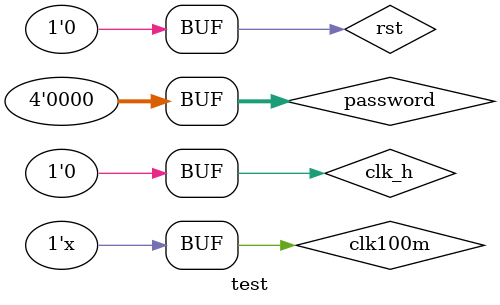
<source format=v>
`timescale 1ns / 1ps


module test(

    );
    reg [3:0] password;
    reg clk100m,clk_h,rst;
    wire ok, hs, vs;
    wire [3:0] vgar, vgag, vgab;
    wire [4:0] regadd;
    wire [3:0] regdata;
    
    top DUT(password, clk100m, clk_h, rst, ok, vgar, vgag, vgab, hs, vs, regadd, regdata);
    initial
    begin
    password = 4'b0;
    clk100m = 0;
    clk_h = 0;
    rst = 0;
    end
    always
    #5 clk100m = ~clk100m;
endmodule

</source>
